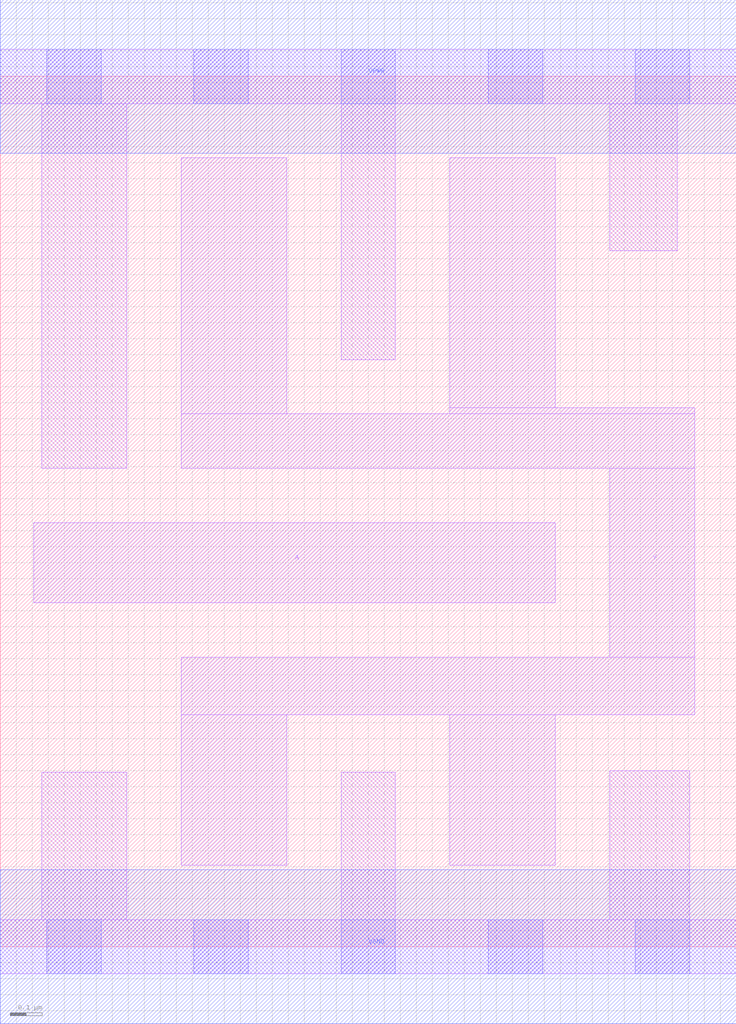
<source format=lef>
# Copyright 2020 The SkyWater PDK Authors
#
# Licensed under the Apache License, Version 2.0 (the "License");
# you may not use this file except in compliance with the License.
# You may obtain a copy of the License at
#
#     https://www.apache.org/licenses/LICENSE-2.0
#
# Unless required by applicable law or agreed to in writing, software
# distributed under the License is distributed on an "AS IS" BASIS,
# WITHOUT WARRANTIES OR CONDITIONS OF ANY KIND, either express or implied.
# See the License for the specific language governing permissions and
# limitations under the License.
#
# SPDX-License-Identifier: Apache-2.0

VERSION 5.7 ;
  NOWIREEXTENSIONATPIN ON ;
  DIVIDERCHAR "/" ;
  BUSBITCHARS "[]" ;
UNITS
  DATABASE MICRONS 200 ;
END UNITS
MACRO sky130_fd_sc_hd__inv_4
  CLASS CORE ;
  FOREIGN sky130_fd_sc_hd__inv_4 ;
  ORIGIN  0.000000  0.000000 ;
  SIZE  2.300000 BY  2.720000 ;
  SYMMETRY X Y R90 ;
  SITE unithd ;
  PIN A
    ANTENNAGATEAREA  0.990000 ;
    DIRECTION INPUT ;
    USE SIGNAL ;
    PORT
      LAYER li1 ;
        RECT 0.105000 1.075000 1.735000 1.325000 ;
    END
  END A
  PIN Y
    ANTENNADIFFAREA  0.891000 ;
    DIRECTION OUTPUT ;
    USE SIGNAL ;
    PORT
      LAYER li1 ;
        RECT 0.565000 0.255000 0.895000 0.725000 ;
        RECT 0.565000 0.725000 2.170000 0.905000 ;
        RECT 0.565000 1.495000 2.170000 1.665000 ;
        RECT 0.565000 1.665000 0.895000 2.465000 ;
        RECT 1.405000 0.255000 1.735000 0.725000 ;
        RECT 1.405000 1.665000 2.170000 1.685000 ;
        RECT 1.405000 1.685000 1.735000 2.465000 ;
        RECT 1.905000 0.905000 2.170000 1.495000 ;
    END
  END Y
  PIN VGND
    DIRECTION INOUT ;
    SHAPE ABUTMENT ;
    USE GROUND ;
    PORT
      LAYER met1 ;
        RECT 0.000000 -0.240000 2.300000 0.240000 ;
    END
  END VGND
  PIN VPWR
    DIRECTION INOUT ;
    SHAPE ABUTMENT ;
    USE POWER ;
    PORT
      LAYER met1 ;
        RECT 0.000000 2.480000 2.300000 2.960000 ;
    END
  END VPWR
  OBS
    LAYER li1 ;
      RECT 0.000000 -0.085000 2.300000 0.085000 ;
      RECT 0.000000  2.635000 2.300000 2.805000 ;
      RECT 0.130000  0.085000 0.395000 0.545000 ;
      RECT 0.130000  1.495000 0.395000 2.635000 ;
      RECT 1.065000  0.085000 1.235000 0.545000 ;
      RECT 1.065000  1.835000 1.235000 2.635000 ;
      RECT 1.905000  0.085000 2.155000 0.550000 ;
      RECT 1.905000  2.175000 2.115000 2.635000 ;
    LAYER mcon ;
      RECT 0.145000 -0.085000 0.315000 0.085000 ;
      RECT 0.145000  2.635000 0.315000 2.805000 ;
      RECT 0.605000 -0.085000 0.775000 0.085000 ;
      RECT 0.605000  2.635000 0.775000 2.805000 ;
      RECT 1.065000 -0.085000 1.235000 0.085000 ;
      RECT 1.065000  2.635000 1.235000 2.805000 ;
      RECT 1.525000 -0.085000 1.695000 0.085000 ;
      RECT 1.525000  2.635000 1.695000 2.805000 ;
      RECT 1.985000 -0.085000 2.155000 0.085000 ;
      RECT 1.985000  2.635000 2.155000 2.805000 ;
  END
END sky130_fd_sc_hd__inv_4
END LIBRARY

</source>
